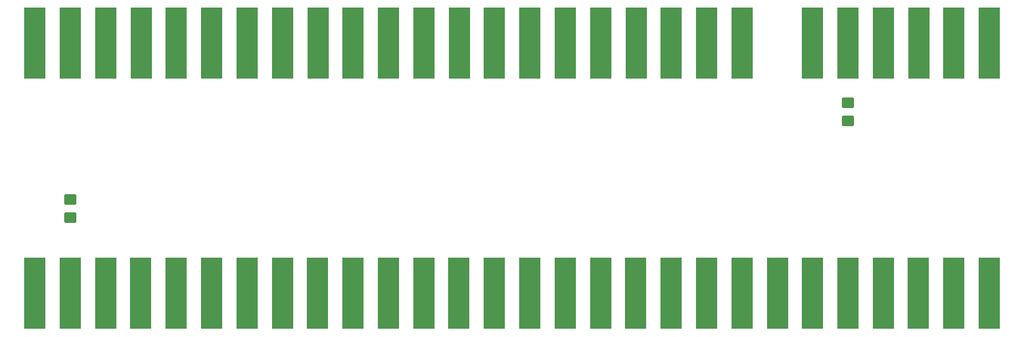
<source format=gbr>
%TF.GenerationSoftware,KiCad,Pcbnew,(6.0.8)*%
%TF.CreationDate,2022-12-30T17:29:19+02:00*%
%TF.ProjectId,mahjong_jamma_adapter,6d61686a-6f6e-4675-9f6a-616d6d615f61,rev?*%
%TF.SameCoordinates,Original*%
%TF.FileFunction,Paste,Top*%
%TF.FilePolarity,Positive*%
%FSLAX46Y46*%
G04 Gerber Fmt 4.6, Leading zero omitted, Abs format (unit mm)*
G04 Created by KiCad (PCBNEW (6.0.8)) date 2022-12-30 17:29:19*
%MOMM*%
%LPD*%
G01*
G04 APERTURE LIST*
G04 Aperture macros list*
%AMRoundRect*
0 Rectangle with rounded corners*
0 $1 Rounding radius*
0 $2 $3 $4 $5 $6 $7 $8 $9 X,Y pos of 4 corners*
0 Add a 4 corners polygon primitive as box body*
4,1,4,$2,$3,$4,$5,$6,$7,$8,$9,$2,$3,0*
0 Add four circle primitives for the rounded corners*
1,1,$1+$1,$2,$3*
1,1,$1+$1,$4,$5*
1,1,$1+$1,$6,$7*
1,1,$1+$1,$8,$9*
0 Add four rect primitives between the rounded corners*
20,1,$1+$1,$2,$3,$4,$5,0*
20,1,$1+$1,$4,$5,$6,$7,0*
20,1,$1+$1,$6,$7,$8,$9,0*
20,1,$1+$1,$8,$9,$2,$3,0*%
G04 Aperture macros list end*
%ADD10R,2.350000X8.000000*%
%ADD11RoundRect,0.250000X-0.450000X0.350000X-0.450000X-0.350000X0.450000X-0.350000X0.450000X0.350000X0*%
%ADD12RoundRect,0.250000X0.450000X-0.350000X0.450000X0.350000X-0.450000X0.350000X-0.450000X-0.350000X0*%
G04 APERTURE END LIST*
D10*
%TO.C,AUDIO*%
X174460000Y-76000000D03*
X174460000Y-76000000D03*
X170500000Y-76000000D03*
X170500000Y-76000000D03*
X166540000Y-76000000D03*
X166540000Y-76000000D03*
X162580000Y-76000000D03*
X162580000Y-76000000D03*
X158620000Y-76000000D03*
X158620000Y-76000000D03*
X154660000Y-76000000D03*
X154660000Y-76000000D03*
X150733160Y-76002540D03*
X146740000Y-76000000D03*
X146740000Y-76000000D03*
X142780000Y-76000000D03*
X142780000Y-76000000D03*
X138820000Y-76000000D03*
X138820000Y-76000000D03*
X134860000Y-76000000D03*
X134860000Y-76000000D03*
X130900000Y-76000000D03*
X130900000Y-76000000D03*
X126940000Y-76000000D03*
X126940000Y-76000000D03*
X122980000Y-76000000D03*
X122980000Y-76000000D03*
X119020000Y-76000000D03*
X119020000Y-76000000D03*
X115060000Y-76000000D03*
X115060000Y-76000000D03*
X111100000Y-76000000D03*
X111100000Y-76000000D03*
X107140000Y-76000000D03*
X107140000Y-76000000D03*
X103180000Y-76000000D03*
X103180000Y-76000000D03*
X99220000Y-76000000D03*
X99220000Y-76000000D03*
X95260000Y-76000000D03*
X95260000Y-76000000D03*
X91300000Y-76000000D03*
X91300000Y-76000000D03*
X87340000Y-76000000D03*
X87340000Y-76000000D03*
X83380000Y-76000000D03*
X83380000Y-76000000D03*
X79420000Y-76000000D03*
X79420000Y-76000000D03*
X75460000Y-76000000D03*
X75460000Y-76000000D03*
X71500000Y-76000000D03*
X71500000Y-76000000D03*
X67540000Y-76000000D03*
X67540000Y-76000000D03*
X174460000Y-76000000D03*
X174460000Y-76000000D03*
X170500000Y-76000000D03*
X170500000Y-76000000D03*
X166540000Y-76000000D03*
X166540000Y-76000000D03*
X162580000Y-76000000D03*
X162580000Y-76000000D03*
X158620000Y-76000000D03*
X158620000Y-76000000D03*
X154660000Y-76000000D03*
X154660000Y-76000000D03*
X150733160Y-76002540D03*
X146740000Y-76000000D03*
X146740000Y-76000000D03*
X142780000Y-76000000D03*
X142780000Y-76000000D03*
X138820000Y-76000000D03*
X138820000Y-76000000D03*
X134860000Y-76000000D03*
X134860000Y-76000000D03*
X130900000Y-76000000D03*
X130900000Y-76000000D03*
X126940000Y-76000000D03*
X126940000Y-76000000D03*
X122980000Y-76000000D03*
X122980000Y-76000000D03*
X119020000Y-76000000D03*
X119020000Y-76000000D03*
X115060000Y-76000000D03*
X115060000Y-76000000D03*
X111100000Y-76000000D03*
X111100000Y-76000000D03*
X107140000Y-76000000D03*
X107140000Y-76000000D03*
X103180000Y-76000000D03*
X103180000Y-76000000D03*
X99220000Y-76000000D03*
X99220000Y-76000000D03*
X95260000Y-76000000D03*
X95260000Y-76000000D03*
X91300000Y-76000000D03*
X91300000Y-76000000D03*
X87340000Y-76000000D03*
X87340000Y-76000000D03*
X83380000Y-76000000D03*
X83380000Y-76000000D03*
X79420000Y-76000000D03*
X79420000Y-76000000D03*
X75460000Y-76000000D03*
X75460000Y-76000000D03*
X71500000Y-76000000D03*
X71500000Y-76000000D03*
X67540000Y-76000000D03*
X67540000Y-76000000D03*
%TD*%
D11*
%TO.C,JMP2*%
X71500000Y-65500000D03*
X71500000Y-67500000D03*
%TD*%
D12*
%TO.C,JMP1*%
X158600000Y-56650000D03*
X158600000Y-54650000D03*
%TD*%
D10*
%TO.C,J1*%
X174480000Y-48000000D03*
X174480000Y-48000000D03*
X170520000Y-48000000D03*
X170520000Y-48000000D03*
X166560000Y-48000000D03*
X166560000Y-48000000D03*
X162600000Y-48000000D03*
X162600000Y-48000000D03*
X158640000Y-48000000D03*
X158640000Y-48000000D03*
X154680000Y-48000000D03*
X154680000Y-48000000D03*
X146760000Y-48000000D03*
X146760000Y-48000000D03*
X142800000Y-48000000D03*
X142800000Y-48000000D03*
X138840000Y-48000000D03*
X138840000Y-48000000D03*
X134880000Y-48000000D03*
X134880000Y-48000000D03*
X130920000Y-48000000D03*
X130920000Y-48000000D03*
X126960000Y-48000000D03*
X126960000Y-48000000D03*
X123000000Y-48000000D03*
X123000000Y-48000000D03*
X119040000Y-48000000D03*
X119040000Y-48000000D03*
X115080000Y-48000000D03*
X115080000Y-48000000D03*
X111120000Y-48000000D03*
X111120000Y-48000000D03*
X107160000Y-48000000D03*
X107160000Y-48000000D03*
X103200000Y-48000000D03*
X103200000Y-48000000D03*
X99240000Y-48000000D03*
X99240000Y-48000000D03*
X95280000Y-48000000D03*
X95280000Y-48000000D03*
X91320000Y-48000000D03*
X91320000Y-48000000D03*
X87360000Y-48000000D03*
X87360000Y-48000000D03*
X83400000Y-48000000D03*
X83400000Y-48000000D03*
X79440000Y-48000000D03*
X79440000Y-48000000D03*
X75480000Y-48000000D03*
X75480000Y-48000000D03*
X71520000Y-48000000D03*
X71520000Y-48000000D03*
X67560000Y-48000000D03*
X67560000Y-48000000D03*
X174480000Y-48000000D03*
X174480000Y-48000000D03*
X170520000Y-48000000D03*
X170520000Y-48000000D03*
X166560000Y-48000000D03*
X166560000Y-48000000D03*
X162600000Y-48000000D03*
X162600000Y-48000000D03*
X158640000Y-48000000D03*
X158640000Y-48000000D03*
X154680000Y-48000000D03*
X154680000Y-48000000D03*
X146760000Y-48000000D03*
X146760000Y-48000000D03*
X142800000Y-48000000D03*
X142800000Y-48000000D03*
X138840000Y-48000000D03*
X138840000Y-48000000D03*
X134880000Y-48000000D03*
X134880000Y-48000000D03*
X130920000Y-48000000D03*
X130920000Y-48000000D03*
X126960000Y-48000000D03*
X126960000Y-48000000D03*
X123000000Y-48000000D03*
X123000000Y-48000000D03*
X119040000Y-48000000D03*
X119040000Y-48000000D03*
X115080000Y-48000000D03*
X115080000Y-48000000D03*
X111120000Y-48000000D03*
X111120000Y-48000000D03*
X107160000Y-48000000D03*
X107160000Y-48000000D03*
X103200000Y-48000000D03*
X103200000Y-48000000D03*
X99240000Y-48000000D03*
X99240000Y-48000000D03*
X95280000Y-48000000D03*
X95280000Y-48000000D03*
X91320000Y-48000000D03*
X91320000Y-48000000D03*
X87360000Y-48000000D03*
X87360000Y-48000000D03*
X83400000Y-48000000D03*
X83400000Y-48000000D03*
X79440000Y-48000000D03*
X79440000Y-48000000D03*
X75480000Y-48000000D03*
X75480000Y-48000000D03*
X71520000Y-48000000D03*
X71520000Y-48000000D03*
X67560000Y-48000000D03*
X67560000Y-48000000D03*
%TD*%
M02*

</source>
